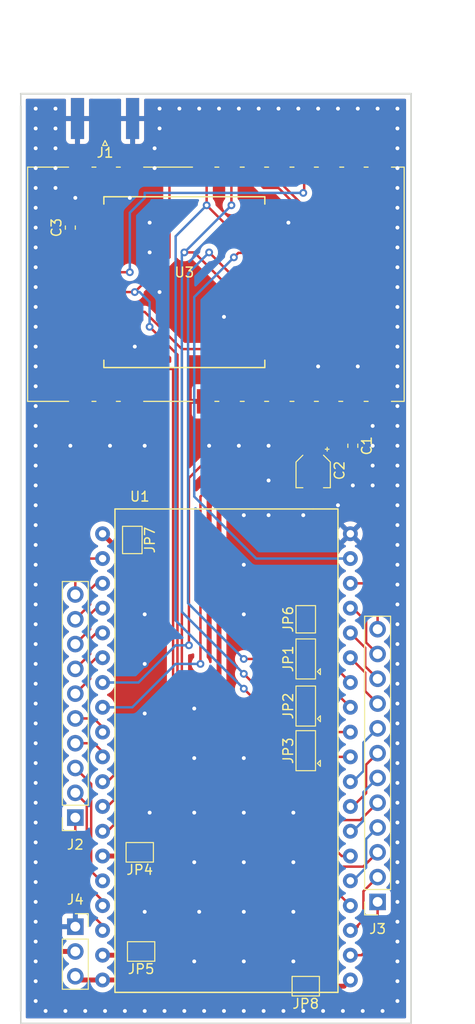
<source format=kicad_pcb>
(kicad_pcb (version 20211014) (generator pcbnew)
  (layers (0 "F.Cu" signal) (31 "B.Cu" signal) (34 "B.Paste" user) (35 "F.Paste" user) (36 "B.SilkS" user "B.Silkscreen") (37 "F.SilkS" user "F.Silkscreen") (38 "B.Mask" user) (39 "F.Mask" user) (44 "Edge.Cuts" user))
  (net 0 "")
  (net 1 "GND")
  (net 2 "VCC")
  (net 3 "RXEN")
  (net 4 "TXEN")
  (net 5 "NRST")
  (net 6 "BUSY")
  (net 7 "DIO1")
  (net 8 "NSS")
  (net 9 "SCK")
  (net 10 "MISO")
  (net 11 "MOSI")
  (net 12 "Net-(J1-Pad1)")
  (net 13 "Net-(JP1-Pad3)")
  (net 14 "Net-(JP1-Pad1)")
  (net 15 "Net-(JP2-Pad1)")
  (net 16 "Net-(JP3-Pad1)")
  (net 17 "Net-(JP4-Pad2)")
  (net 18 "Net-(JP5-Pad2)")
  (net 19 "3v3")
  (net 20 "Net-(JP7-Pad2)")
  (net 21 "Net-(JP8-Pad1)")
  (net 22 "GPIO10")
  (net 23 "GPIO9")
  (net 24 "GPIO13")
  (net 25 "GPIO26")
  (net 26 "GPIO25")
  (net 27 "GPIO35")
  (net 28 "GPIO34")
  (net 29 "GPIO39")
  (net 30 "GPIO36")
  (net 31 "EN")
  (net 32 "GPIO7")
  (net 33 "GPIO8")
  (net 34 "GPIO15")
  (net 35 "GPIO2")
  (net 36 "GPIO0")
  (net 37 "GPIO4")
  (net 38 "GPIO16")
  (net 39 "GPIO17")
  (net 40 "GPIO21")
  (net 41 "GPIO3")
  (net 42 "GPIO1")
  (net 43 "GPIO22")
  (footprint "Jumper:SolderJumper-3_P1.3mm_Open_Pad1.0x1.5mm" (layer "F.Cu") (at 102.87 101.092 90)
    (fp_text reference "JP1")
    (fp_text value "SolderJumper_3_Open")
  )
  (footprint "Jumper:SolderJumper-3_P1.3mm_Open_Pad1.0x1.5mm" (layer "F.Cu") (at 102.87 105.918 90)
    (fp_text reference "JP2")
    (fp_text value "SolderJumper_3_Open")
  )
  (footprint "Jumper:SolderJumper-3_P1.3mm_Open_Pad1.0x1.5mm" (layer "F.Cu") (at 102.87 110.49 90)
    (fp_text reference "JP3")
    (fp_text value "SolderJumper_3_Open")
  )
  (footprint "Jumper:SolderJumper-2_P1.3mm_Open_Pad1.0x1.5mm" (layer "F.Cu") (at 85.994 131.064 180)
    (fp_text reference "JP5")
    (fp_text value "SolderJumper_2_Open")
  )
  (footprint "Jumper:SolderJumper-2_P1.3mm_Open_Pad1.0x1.5mm" (layer "F.Cu") (at 102.87 97.028 90)
    (fp_text reference "JP6")
    (fp_text value "SolderJumper_2_Open")
  )
  (footprint "Connector_Coaxial:SMA_Samtec_SMA-J-P-H-ST-EM1_EdgeMount" (layer "F.Cu") (at 82.296 45.72 90)
    (fp_text reference "J1")
    (fp_text value "Conn_Coaxial")
  )
  (footprint "Capacitor_SMD:CP_Elec_3x5.3" (layer "F.Cu") (at 103.632 81.788 -90)
    (fp_text reference "C2")
    (fp_text value "100uF")
  )
  (footprint "Capacitor_SMD:C_0603_1608Metric_Pad1.05x0.95mm_HandSolder" (layer "F.Cu") (at 107.696 79.248 -90)
    (fp_text reference "C1")
    (fp_text value "100nF")
  )
  (footprint "Jumper:SolderJumper-2_P1.3mm_Open_Pad1.0x1.5mm" (layer "F.Cu") (at 85.09 88.9 -90)
    (fp_text reference "JP7")
    (fp_text value "SolderJumper_2_Open")
  )
  (footprint "Jumper:SolderJumper-2_P1.3mm_Open_Pad1.0x1.5mm" (layer "F.Cu") (at 102.87 134.62 180)
    (fp_text reference "JP8")
    (fp_text value "SolderJumper_2_Open")
  )
  (footprint "RF_Module:Ai-Thinker-Ra-01-LoRa" (layer "F.Cu") (at 90.424 62.484)
    (fp_text reference "U3")
    (fp_text value "Ai-Thinker-Ra-01")
  )
  (footprint "Jumper:SolderJumper-2_P1.3mm_Open_Pad1.0x1.5mm" (layer "F.Cu") (at 85.852 120.904 180)
    (fp_text reference "JP4")
    (fp_text value "SolderJumper_2_Open")
  )
  (footprint "Capacitor_SMD:C_0603_1608Metric_Pad1.05x0.95mm_HandSolder" (layer "F.Cu") (at 78.74 56.896 90)
    (fp_text reference "C3")
    (fp_text value "100nF")
  )
  (footprint "Connector_PinSocket_2.54mm:PinSocket_1x10_P2.54mm_Vertical" (layer "F.Cu") (at 79.248 117.348 180)
    (fp_text reference "J2")
    (fp_text value "Conn_01x10_Female")
  )
  (footprint "Connector_PinSocket_2.54mm:PinSocket_1x12_P2.54mm_Vertical" (layer "F.Cu") (at 110.236 125.984 180)
    (fp_text reference "J3")
    (fp_text value "Conn_01x12_Female")
  )
  (footprint "Connector_PinSocket_2.54mm:PinSocket_1x03_P2.54mm_Vertical" (layer "F.Cu") (at 79.248 128.524)
    (fp_text reference "J4")
    (fp_text value "Conn_01x03_Female")
  )
  (footprint "lora_tracker:E22-400M30S" (layer "F.Cu") (at 93.658501 62.7 90)
    (fp_text reference "U2")
    (fp_text value "E22-400M30S" hide)
  )
  (footprint "lora_tracker:esp32-devkit-wide" (layer "F.Cu") (at 97.282 85.725)
    (fp_text reference "U1")
    (fp_text value "ESP32")
  )
  (gr_line (start 73.66 137.16) (end 73.66 44.45) (layer "Edge.Cuts") (width 0.2))
  (gr_line (start 73.66 137.16) (end 73.66 138.43) (layer "Edge.Cuts") (width 0.15))
  (gr_line (start 113.665 43.18) (end 113.665 138.43) (layer "Edge.Cuts") (width 0.15))
  (gr_line (start 113.665 138.43) (end 73.66 138.43) (layer "Edge.Cuts") (width 0.15))
  (gr_line (start 73.66 43.18) (end 113.665 43.18) (layer "Edge.Cuts") (width 0.2))
  (gr_line (start 73.66 44.45) (end 73.66 43.18) (layer "Edge.Cuts") (width 0.15))
  (via (at 109.728 81.28) (size 0.8) (drill 0.4) (layers "F.Cu" "B.Cu") (net 1))
  (via (at 75.184 62.992) (size 0.8) (drill 0.4) (layers "F.Cu" "B.Cu") (net 1))
  (via (at 112.268 87.376) (size 0.8) (drill 0.4) (layers "F.Cu" "B.Cu") (net 1))
  (via (at 75.184 97.536) (size 0.8) (drill 0.4) (layers "F.Cu" "B.Cu") (net 1))
  (via (at 75.184 119.888) (size 0.8) (drill 0.4) (layers "F.Cu" "B.Cu") (net 1))
  (via (at 75.184 101.6) (size 0.8) (drill 0.4) (layers "F.Cu" "B.Cu") (net 1))
  (via (at 75.184 77.216) (size 0.8) (drill 0.4) (layers "F.Cu" "B.Cu") (net 1))
  (via (at 96.52 86.36) (size 0.8) (drill 0.4) (layers "F.Cu" "B.Cu") (net 1))
  (via (at 112.268 69.088) (size 0.8) (drill 0.4) (layers "F.Cu" "B.Cu") (net 1))
  (via (at 75.184 50.8) (size 0.8) (drill 0.4) (layers "F.Cu" "B.Cu") (net 1))
  (via (at 82.296 137.16) (size 0.8) (drill 0.4) (layers "F.Cu" "B.Cu") (net 1))
  (via (at 91.948 127) (size 0.8) (drill 0.4) (layers "F.Cu" "B.Cu") (net 1))
  (via (at 86.868 56.388) (size 0.8) (drill 0.4) (layers "F.Cu" "B.Cu") (net 1))
  (via (at 94.488 137.16) (size 0.8) (drill 0.4) (layers "F.Cu" "B.Cu") (net 1))
  (via (at 104.14 71.12) (size 0.8) (drill 0.4) (layers "F.Cu" "B.Cu") (net 1))
  (via (at 75.184 95.504) (size 0.8) (drill 0.4) (layers "F.Cu" "B.Cu") (net 1))
  (via (at 75.184 87.376) (size 0.8) (drill 0.4) (layers "F.Cu" "B.Cu") (net 1))
  (via (at 106.172 44.704) (size 0.8) (drill 0.4) (layers "F.Cu" "B.Cu") (net 1))
  (via (at 75.184 107.696) (size 0.8) (drill 0.4) (layers "F.Cu" "B.Cu") (net 1))
  (via (at 91.44 121.92) (size 0.8) (drill 0.4) (layers "F.Cu" "B.Cu") (net 1))
  (via (at 101.6 132.08) (size 0.8) (drill 0.4) (layers "F.Cu" "B.Cu") (net 1))
  (via (at 75.184 125.984) (size 0.8) (drill 0.4) (layers "F.Cu" "B.Cu") (net 1))
  (via (at 77.216 50.8) (size 0.8) (drill 0.4) (layers "F.Cu" "B.Cu") (net 1))
  (via (at 75.184 121.92) (size 0.8) (drill 0.4) (layers "F.Cu" "B.Cu") (net 1))
  (via (at 112.268 132.08) (size 0.8) (drill 0.4) (layers "F.Cu" "B.Cu") (net 1))
  (via (at 75.184 79.248) (size 0.8) (drill 0.4) (layers "F.Cu" "B.Cu") (net 1))
  (via (at 112.268 91.44) (size 0.8) (drill 0.4) (layers "F.Cu" "B.Cu") (net 1))
  (via (at 84.328 137.16) (size 0.8) (drill 0.4) (layers "F.Cu" "B.Cu") (net 1))
  (via (at 112.268 65.024) (size 0.8) (drill 0.4) (layers "F.Cu" "B.Cu") (net 1))
  (via (at 104.14 44.704) (size 0.8) (drill 0.4) (layers "F.Cu" "B.Cu") (net 1))
  (via (at 112.268 113.792) (size 0.8) (drill 0.4) (layers "F.Cu" "B.Cu") (net 1))
  (via (at 112.268 77.216) (size 0.8) (drill 0.4) (layers "F.Cu" "B.Cu") (net 1))
  (via (at 75.184 91.44) (size 0.8) (drill 0.4) (layers "F.Cu" "B.Cu") (net 1))
  (via (at 75.184 115.824) (size 0.8) (drill 0.4) (layers "F.Cu" "B.Cu") (net 1))
  (via (at 89.916 44.704) (size 0.8) (drill 0.4) (layers "F.Cu" "B.Cu") (net 1))
  (via (at 101.092 56.388) (size 0.8) (drill 0.4) (layers "F.Cu" "B.Cu") (net 1))
  (via (at 109.728 83.312) (size 0.8) (drill 0.4) (layers "F.Cu" "B.Cu") (net 1))
  (via (at 90.424 137.16) (size 0.8) (drill 0.4) (layers "F.Cu" "B.Cu") (net 1))
  (via (at 112.268 123.952) (size 0.8) (drill 0.4) (layers "F.Cu" "B.Cu") (net 1))
  (via (at 94.488 66.04) (size 0.8) (drill 0.4) (layers "F.Cu" "B.Cu") (net 1))
  (via (at 100.076 44.704) (size 0.8) (drill 0.4) (layers "F.Cu" "B.Cu") (net 1))
  (via (at 99.06 79.248) (size 0.8) (drill 0.4) (layers "F.Cu" "B.Cu") (net 1))
  (via (at 92.456 137.16) (size 0.8) (drill 0.4) (layers "F.Cu" "B.Cu") (net 1))
  (via (at 112.268 130.048) (size 0.8) (drill 0.4) (layers "F.Cu" "B.Cu") (net 1))
  (via (at 76.2 137.16) (size 0.8) (drill 0.4) (layers "F.Cu" "B.Cu") (net 1))
  (via (at 101.6 116.84) (size 0.8) (drill 0.4) (layers "F.Cu" "B.Cu") (net 1))
  (via (at 75.184 136.144) (size 0.8) (drill 0.4) (layers "F.Cu" "B.Cu") (net 1))
  (via (at 112.268 58.928) (size 0.8) (drill 0.4) (layers "F.Cu" "B.Cu") (net 1))
  (via (at 75.184 75.184) (size 0.8) (drill 0.4) (layers "F.Cu" "B.Cu") (net 1))
  (via (at 96.52 91.44) (size 0.8) (drill 0.4) (layers "F.Cu" "B.Cu") (net 1))
  (via (at 104.648 137.16) (size 0.8) (drill 0.4) (layers "F.Cu" "B.Cu") (net 1))
  (via (at 101.6 121.92) (size 0.8) (drill 0.4) (layers "F.Cu" "B.Cu") (net 1))
  (via (at 75.184 56.896) (size 0.8) (drill 0.4) (layers "F.Cu" "B.Cu") (net 1))
  (via (at 96.52 111.252) (size 0.8) (drill 0.4) (layers "F.Cu" "B.Cu") (net 1))
  (via (at 112.268 119.888) (size 0.8) (drill 0.4) (layers "F.Cu" "B.Cu") (net 1))
  (via (at 75.184 117.856) (size 0.8) (drill 0.4) (layers "F.Cu" "B.Cu") (net 1))
  (via (at 75.184 52.832) (size 0.8) (drill 0.4) (layers "F.Cu" "B.Cu") (net 1))
  (via (at 96.52 127) (size 0.8) (drill 0.4) (layers "F.Cu" "B.Cu") (net 1))
  (via (at 75.184 65.024) (size 0.8) (drill 0.4) (layers "F.Cu" "B.Cu") (net 1))
  (via (at 86.36 79.248) (size 0.8) (drill 0.4) (layers "F.Cu" "B.Cu") (net 1))
  (via (at 99.06 82.804) (size 0.8) (drill 0.4) (layers "F.Cu" "B.Cu") (net 1))
  (via (at 86.868 116.84) (size 0.8) (drill 0.4) (layers "F.Cu" "B.Cu") (net 1))
  (via (at 102.616 86.36) (size 0.8) (drill 0.4) (layers "F.Cu" "B.Cu") (net 1))
  (via (at 112.268 95.504) (size 0.8) (drill 0.4) (layers "F.Cu" "B.Cu") (net 1))
  (via (at 78.74 79.248) (size 0.8) (drill 0.4) (layers "F.Cu" "B.Cu") (net 1))
  (via (at 108.204 71.12) (size 0.8) (drill 0.4) (layers "F.Cu" "B.Cu") (net 1))
  (via (at 110.744 137.16) (size 0.8) (drill 0.4) (layers "F.Cu" "B.Cu") (net 1))
  (via (at 112.268 89.408) (size 0.8) (drill 0.4) (layers "F.Cu" "B.Cu") (net 1))
  (via (at 96.012 79.248) (size 0.8) (drill 0.4) (layers "F.Cu" "B.Cu") (net 1))
  (via (at 112.268 52.832) (size 0.8) (drill 0.4) (layers "F.Cu" "B.Cu") (net 1))
  (via (at 77.216 44.704) (size 0.8) (drill 0.4) (layers "F.Cu" "B.Cu") (net 1))
  (via (at 92.964 79.248) (size 0.8) (drill 0.4) (layers "F.Cu" "B.Cu") (net 1))
  (via (at 87.884 46.736) (size 0.8) (drill 0.4) (layers "F.Cu" "B.Cu") (net 1))
  (via (at 96.52 121.92) (size 0.8) (drill 0.4) (layers "F.Cu" "B.Cu") (net 1))
  (via (at 75.184 44.704) (size 0.8) (drill 0.4) (layers "F.Cu" "B.Cu") (net 1))
  (via (at 112.268 60.96) (size 0.8) (drill 0.4) (layers "F.Cu" "B.Cu") (net 1))
  (via (at 107.696 83.312) (size 0.8) (drill 0.4) (layers "F.Cu" "B.Cu") (net 1))
  (via (at 99.06 86.36) (size 0.8) (drill 0.4) (layers "F.Cu" "B.Cu") (net 1))
  (via (at 86.36 137.16) (size 0.8) (drill 0.4) (layers "F.Cu" "B.Cu") (net 1))
  (via (at 112.268 101.6) (size 0.8) (drill 0.4) (layers "F.Cu" "B.Cu") (net 1))
  (via (at 112.268 75.184) (size 0.8) (drill 0.4) (layers "F.Cu" "B.Cu") (net 1))
  (via (at 75.184 123.952) (size 0.8) (drill 0.4) (layers "F.Cu" "B.Cu") (net 1))
  (via (at 108.204 44.704) (size 0.8) (drill 0.4) (layers "F.Cu" "B.Cu") (net 1))
  (via (at 78.232 137.16) (size 0.8) (drill 0.4) (layers "F.Cu" "B.Cu") (net 1))
  (via (at 75.184 69.088) (size 0.8) (drill 0.4) (layers "F.Cu" "B.Cu") (net 1))
  (via (at 112.268 99.568) (size 0.8) (drill 0.4) (layers "F.Cu" "B.Cu") (net 1))
  (via (at 112.268 85.344) (size 0.8) (drill 0.4) (layers "F.Cu" "B.Cu") (net 1))
  (via (at 77.216 52.832) (size 0.8) (drill 0.4) (layers "F.Cu" "B.Cu") (net 1))
  (via (at 106.172 85.344) (size 0.8) (drill 0.4) (layers "F.Cu" "B.Cu") (net 1))
  (via (at 91.44 106.172) (size 0.8) (drill 0.4) (layers "F.Cu" "B.Cu") (net 1))
  (via (at 112.268 136.144) (size 0.8) (drill 0.4) (layers "F.Cu" "B.Cu") (net 1))
  (via (at 75.184 85.344) (size 0.8) (drill 0.4) (layers "F.Cu" "B.Cu") (net 1))
  (via (at 98.044 44.704) (size 0.8) (drill 0.4) (layers "F.Cu" "B.Cu") (net 1))
  (via (at 109.728 77.216) (size 0.8) (drill 0.4) (layers "F.Cu" "B.Cu") (net 1))
  (via (at 75.184 60.96) (size 0.8) (drill 0.4) (layers "F.Cu" "B.Cu") (net 1))
  (via (at 75.184 67.056) (size 0.8) (drill 0.4) (layers "F.Cu" "B.Cu") (net 1))
  (via (at 86.36 127) (size 0.8) (drill 0.4) (layers "F.Cu" "B.Cu") (net 1))
  (via (at 87.884 44.704) (size 0.8) (drill 0.4) (layers "F.Cu" "B.Cu") (net 1))
  (via (at 102.108 44.704) (size 0.8) (drill 0.4) (layers "F.Cu" "B.Cu") (net 1))
  (via (at 112.268 121.92) (size 0.8) (drill 0.4) (layers "F.Cu" "B.Cu") (net 1))
  (via (at 101.6 127) (size 0.8) (drill 0.4) (layers "F.Cu" "B.Cu") (net 1))
  (via (at 91.44 132.08) (size 0.8) (drill 0.4) (layers "F.Cu" "B.Cu") (net 1))
  (via (at 112.268 109.728) (size 0.8) (drill 0.4) (layers "F.Cu" "B.Cu") (net 1))
  (via (at 80.264 137.16) (size 0.8) (drill 0.4) (layers "F.Cu" "B.Cu") (net 1))
  (via (at 75.184 46.736) (size 0.8) (drill 0.4) (layers "F.Cu" "B.Cu") (net 1))
  (via (at 75.184 93.472) (size 0.8) (drill 0.4) (layers "F.Cu" "B.Cu") (net 1))
  (via (at 102.616 137.16) (size 0.8) (drill 0.4) (layers "F.Cu" "B.Cu") (net 1))
  (via (at 87.376 48.768) (size 0.8) (drill 0.4) (layers "F.Cu" "B.Cu") (net 1))
  (via (at 91.948 44.704) (size 0.8) (drill 0.4) (layers "F.Cu" "B.Cu") (net 1))
  (via (at 75.184 128.016) (size 0.8) (drill 0.4) (layers "F.Cu" "B.Cu") (net 1))
  (via (at 86.36 101.6) (size 0.8) (drill 0.4) (layers "F.Cu" "B.Cu") (net 1))
  (via (at 110.236 44.704) (size 0.8) (drill 0.4) (layers "F.Cu" "B.Cu") (net 1))
  (via (at 112.268 46.736) (size 0.8) (drill 0.4) (layers "F.Cu" "B.Cu") (net 1))
  (via (at 75.184 58.928) (size 0.8) (drill 0.4) (layers "F.Cu" "B.Cu") (net 1))
  (via (at 75.184 99.568) (size 0.8) (drill 0.4) (layers "F.Cu" "B.Cu") (net 1))
  (via (at 75.184 130.048) (size 0.8) (drill 0.4) (layers "F.Cu" "B.Cu") (net 1))
  (via (at 75.184 134.112) (size 0.8) (drill 0.4) (layers "F.Cu" "B.Cu") (net 1))
  (via (at 112.268 48.768) (size 0.8) (drill 0.4) (layers "F.Cu" "B.Cu") (net 1))
  (via (at 75.184 109.728) (size 0.8) (drill 0.4) (layers "F.Cu" "B.Cu") (net 1))
  (via (at 96.52 116.84) (size 0.8) (drill 0.4) (layers "F.Cu" "B.Cu") (net 1))
  (via (at 112.268 97.536) (size 0.8) (drill 0.4) (layers "F.Cu" "B.Cu") (net 1))
  (via (at 75.184 54.864) (size 0.8) (drill 0.4) (layers "F.Cu" "B.Cu") (net 1))
  (via (at 87.376 50.8) (size 0.8) (drill 0.4) (layers "F.Cu" "B.Cu") (net 1))
  (via (at 108.712 137.16) (size 0.8) (drill 0.4) (layers "F.Cu" "B.Cu") (net 1))
  (via (at 112.268 128.016) (size 0.8) (drill 0.4) (layers "F.Cu" "B.Cu") (net 1))
  (via (at 75.184 132.08) (size 0.8) (drill 0.4) (layers "F.Cu" "B.Cu") (net 1))
  (via (at 77.216 48.768) (size 0.8) (drill 0.4) (layers "F.Cu" "B.Cu") (net 1))
  (via (at 112.268 56.896) (size 0.8) (drill 0.4) (layers "F.Cu" "B.Cu") (net 1))
  (via (at 86.36 96.52) (size 0.8) (drill 0.4) (layers "F.Cu" "B.Cu") (net 1))
  (via (at 75.184 48.768) (size 0.8) (drill 0.4) (layers "F.Cu" "B.Cu") (net 1))
  (via (at 100.584 137.16) (size 0.8) (drill 0.4) (layers "F.Cu" "B.Cu") (net 1))
  (via (at 86.36 106.68) (size 0.8) (drill 0.4) (layers "F.Cu" "B.Cu") (net 1))
  (via (at 93.98 44.704) (size 0.8) (drill 0.4) (layers "F.Cu" "B.Cu") (net 1))
  (via (at 87.884 63.5) (size 0.8) (drill 0.4) (layers "F.Cu" "B.Cu") (net 1))
  (via (at 109.728 79.248) (size 0.8) (drill 0.4) (layers "F.Cu" "B.Cu") (net 1))
  (via (at 91.44 116.84) (size 0.8) (drill 0.4) (layers "F.Cu" "B.Cu") (net 1))
  (via (at 86.868 59.436) (size 0.8) (drill 0.4) (layers "F.Cu" "B.Cu") (net 1))
  (via (at 112.268 93.472) (size 0.8) (drill 0.4) (layers "F.Cu" "B.Cu") (net 1))
  (via (at 112.268 67.056) (size 0.8) (drill 0.4) (layers "F.Cu" "B.Cu") (net 1))
  (via (at 96.52 132.08) (size 0.8) (drill 0.4) (layers "F.Cu" "B.Cu") (net 1))
  (via (at 112.268 83.312) (size 0.8) (drill 0.4) (layers "F.Cu" "B.Cu") (net 1))
  (via (at 112.268 134.112) (size 0.8) (drill 0.4) (layers "F.Cu" "B.Cu") (net 1))
  (via (at 112.268 50.8) (size 0.8) (drill 0.4) (layers "F.Cu" "B.Cu") (net 1))
  (via (at 106.68 137.16) (size 0.8) (drill 0.4) (layers "F.Cu" "B.Cu") (net 1))
  (via (at 112.268 44.704) (size 0.8) (drill 0.4) (layers "F.Cu" "B.Cu") (net 1))
  (via (at 91.44 111.252) (size 0.8) (drill 0.4) (layers "F.Cu" "B.Cu") (net 1))
  (via (at 75.184 111.76) (size 0.8) (drill 0.4) (layers "F.Cu" "B.Cu") (net 1))
  (via (at 75.184 89.408) (size 0.8) (drill 0.4) (layers "F.Cu" "B.Cu") (net 1))
  (via (at 96.012 44.704) (size 0.8) (drill 0.4) (layers "F.Cu" "B.Cu") (net 1))
  (via (at 84.836 53.848) (size 0.8) (drill 0.4) (layers "F.Cu" "B.Cu") (net 1))
  (via (at 88.392 137.16) (size 0.8) (drill 0.4) (layers "F.Cu" "B.Cu") (net 1))
  (via (at 82.804 79.248) (size 0.8) (drill 0.4) (layers "F.Cu" "B.Cu") (net 1))
  (via (at 112.268 125.984) (size 0.8) (drill 0.4) (layers "F.Cu" "B.Cu") (net 1))
  (via (at 112.268 111.76) (size 0.8) (drill 0.4) (layers "F.Cu" "B.Cu") (net 1))
  (via (at 98.552 137.16) (size 0.8) (drill 0.4) (layers "F.Cu" "B.Cu") (net 1))
  (via (at 112.268 115.824) (size 0.8) (drill 0.4) (layers "F.Cu" "B.Cu") (net 1))
  (via (at 112.268 105.664) (size 0.8) (drill 0.4) (layers "F.Cu" "B.Cu") (net 1))
  (via (at 75.184 83.312) (size 0.8) (drill 0.4) (layers "F.Cu" "B.Cu") (net 1))
  (via (at 112.268 103.632) (size 0.8) (drill 0.4) (layers "F.Cu" "B.Cu") (net 1))
  (via (at 75.184 73.152) (size 0.8) (drill 0.4) (layers "F.Cu" "B.Cu") (net 1))
  (via (at 75.184 71.12) (size 0.8) (drill 0.4) (layers "F.Cu" "B.Cu") (net 1))
  (via (at 77.216 46.736) (size 0.8) (drill 0.4) (layers "F.Cu" "B.Cu") (net 1))
  (via (at 112.268 79.248) (size 0.8) (drill 0.4) (layers "F.Cu" "B.Cu") (net 1))
  (via (at 85.344 69.088) (size 0.8) (drill 0.4) (layers "F.Cu" "B.Cu") (net 1))
  (via (at 96.52 96.52) (size 0.8) (drill 0.4) (layers "F.Cu" "B.Cu") (net 1))
  (via (at 112.268 71.12) (size 0.8) (drill 0.4) (layers "F.Cu" "B.Cu") (net 1))
  (via (at 75.184 81.28) (size 0.8) (drill 0.4) (layers "F.Cu" "B.Cu") (net 1))
  (via (at 75.184 105.664) (size 0.8) (drill 0.4) (layers "F.Cu" "B.Cu") (net 1))
  (via (at 112.268 107.696) (size 0.8) (drill 0.4) (layers "F.Cu" "B.Cu") (net 1))
  (via (at 75.184 103.632) (size 0.8) (drill 0.4) (layers "F.Cu" "B.Cu") (net 1))
  (via (at 112.268 54.864) (size 0.8) (drill 0.4) (layers "F.Cu" "B.Cu") (net 1))
  (via (at 112.268 117.856) (size 0.8) (drill 0.4) (layers "F.Cu" "B.Cu") (net 1))
  (via (at 112.268 62.992) (size 0.8) (drill 0.4) (layers "F.Cu" "B.Cu") (net 1))
  (via (at 96.52 137.16) (size 0.8) (drill 0.4) (layers "F.Cu" "B.Cu") (net 1))
  (via (at 79.248 53.848) (size 0.8) (drill 0.4) (layers "F.Cu" "B.Cu") (net 1))
  (via (at 112.268 73.152) (size 0.8) (drill 0.4) (layers "F.Cu" "B.Cu") (net 1))
  (via (at 112.268 81.28) (size 0.8) (drill 0.4) (layers "F.Cu" "B.Cu") (net 1))
  (via (at 75.184 113.792) (size 0.8) (drill 0.4) (layers "F.Cu" "B.Cu") (net 1))
  (segment (start 105.248501 77.631499) (end 107.153501 77.631499) (width 0.5) (layer "F.Cu") (net 2))
  (segment (start 107.246002 77.724) (end 107.153501 77.631499) (width 0.25) (layer "F.Cu") (net 2))
  (segment (start 105.248501 77.631499) (end 105.248501 74.7) (width 0.5) (layer "F.Cu") (net 2))
  (segment (start 79.629 133.985) (end 79.248 133.604) (width 0.25) (layer "F.Cu") (net 2))
  (segment (start 82.55 133.985) (end 79.629 133.985) (width 0.5) (layer "F.Cu") (net 2))
  (segment (start 107.788501 77.631499) (end 107.696 77.724) (width 0.25) (layer "F.Cu") (net 2))
  (segment (start 107.153501 77.631499) (end 107.696 77.631499) (width 0.5) (layer "F.Cu") (net 2))
  (segment (start 107.696 78.928) (end 107.696 77.631499) (width 0.5) (layer "F.Cu") (net 2))
  (segment (start 107.696 77.631499) (end 107.788501 77.631499) (width 0.5) (layer "F.Cu") (net 2))
  (segment (start 107.788501 74.7) (end 107.788501 77.631499) (width 0.5) (layer "F.Cu") (net 2))
  (segment (start 93.98 85.725) (end 93.98 128.27) (width 0.5) (layer "F.Cu") (net 2))
  (segment (start 102.073501 77.631499) (end 93.98 85.725) (width 0.5) (layer "F.Cu") (net 2))
  (segment (start 105.248501 77.631499) (end 102.073501 77.631499) (width 0.5) (layer "F.Cu") (net 2))
  (segment (start 88.265 133.985) (end 82.55 133.985) (width 0.5) (layer "F.Cu") (net 2))
  (segment (start 103.632 80.288) (end 103.632 77.724) (width 0.5) (layer "F.Cu") (net 2))
  (segment (start 93.98 128.27) (end 88.265 133.985) (width 0.5) (layer "F.Cu") (net 2))
  (segment (start 97.628501 74.7) (end 97.628501 75.1) (width 0.25) (layer "F.Cu") (net 3))
  (segment (start 97.79 75.261499) (end 97.79 75.655) (width 0.25) (layer "F.Cu") (net 3))
  (segment (start 97.628501 75.1) (end 97.79 75.261499) (width 0.25) (layer "F.Cu") (net 3))
  (segment (start 97.79 75.655) (end 90.895 82.55) (width 0.25) (layer "F.Cu") (net 3))
  (segment (start 90.895 82.55) (end 90.895 99.695) (width 0.25) (layer "F.Cu") (net 3))
  (via (at 90.895 99.695) (size 0.8) (drill 0.4) (layers "F.Cu" "B.Cu") (net 3))
  (segment (start 90.895 99.695) (end 89.535 99.695) (width 0.25) (layer "B.Cu") (net 3))
  (segment (start 85.725 103.505) (end 82.55 103.505) (width 0.25) (layer "B.Cu") (net 3))
  (segment (start 89.535 99.695) (end 85.725 103.505) (width 0.25) (layer "B.Cu") (net 3))
  (segment (start 100.168501 75.1) (end 100.33 75.261499) (width 0.25) (layer "F.Cu") (net 4))
  (segment (start 100.168501 74.7) (end 100.168501 75.1) (width 0.25) (layer "F.Cu") (net 4))
  (segment (start 100.33 76.2) (end 92.075 84.455) (width 0.25) (layer "F.Cu") (net 4))
  (segment (start 92.075 84.455) (end 92.075 101.6) (width 0.25) (layer "F.Cu") (net 4))
  (segment (start 100.33 75.261499) (end 100.33 76.2) (width 0.25) (layer "F.Cu") (net 4))
  (via (at 92.075 101.6) (size 0.8) (drill 0.4) (layers "F.Cu" "B.Cu") (net 4))
  (segment (start 85.09 106.045) (end 82.55 106.045) (width 0.25) (layer "B.Cu") (net 4))
  (segment (start 92.075 101.6) (end 89.535 101.6) (width 0.25) (layer "B.Cu") (net 4))
  (segment (start 89.535 101.6) (end 85.09 106.045) (width 0.25) (layer "B.Cu") (net 4))
  (segment (start 89.26998 106.94502) (end 82.55 113.665) (width 0.25) (layer "F.Cu") (net 5))
  (segment (start 80.01 62.23) (end 80.756 61.484) (width 0.25) (layer "F.Cu") (net 5))
  (segment (start 102.708501 50.7) (end 102.708501 53.247499) (width 0.25) (layer "F.Cu") (net 5))
  (segment (start 84.836 61.468) (end 82.44 61.468) (width 0.25) (layer "F.Cu") (net 5))
  (segment (start 80.27502 71.38502) (end 80.01 71.12) (width 0.25) (layer "F.Cu") (net 5))
  (segment (start 102.708501 53.247499) (end 102.616 53.34) (width 0.25) (layer "F.Cu") (net 5))
  (segment (start 89.26998 71.38502) (end 89.26998 106.94502) (width 0.25) (layer "F.Cu") (net 5))
  (segment (start 80.01 71.12) (end 80.01 62.23) (width 0.25) (layer "F.Cu") (net 5))
  (segment (start 82.44 61.468) (end 82.424 61.484) (width 0.25) (layer "F.Cu") (net 5))
  (segment (start 89.26998 71.38502) (end 80.27502 71.38502) (width 0.25) (layer "F.Cu") (net 5))
  (segment (start 80.756 61.484) (end 82.424 61.484) (width 0.25) (layer "F.Cu") (net 5))
  (segment (start 102.708501 50.7) (end 102.708501 51.1) (width 0.25) (layer "F.Cu") (net 5))
  (via (at 102.616 53.34) (size 0.8) (drill 0.4) (layers "F.Cu" "B.Cu") (net 5))
  (via (at 84.836 61.468) (size 0.8) (drill 0.4) (layers "F.Cu" "B.Cu") (net 5))
  (segment (start 86.36 53.848) (end 84.836 55.372) (width 0.25) (layer "B.Cu") (net 5))
  (segment (start 84.836 55.372) (end 84.836 61.468) (width 0.25) (layer "B.Cu") (net 5))
  (segment (start 86.36 53.34) (end 86.36 53.848) (width 0.25) (layer "B.Cu") (net 5))
  (segment (start 102.616 53.34) (end 86.36 53.34) (width 0.25) (layer "B.Cu") (net 5))
  (segment (start 89.71999 72.20501) (end 89.71999 109.03501) (width 0.25) (layer "F.Cu") (net 6))
  (segment (start 88.9 50.8) (end 91.44 48.26) (width 0.25) (layer "F.Cu") (net 6))
  (segment (start 89.71999 69.917296) (end 86.863347 67.060653) (width 0.25) (layer "F.Cu") (net 6))
  (segment (start 88.9 59.944) (end 88.9 50.8) (width 0.25) (layer "F.Cu") (net 6))
  (segment (start 85.344 63.5) (end 88.9 59.944) (width 0.25) (layer "F.Cu") (net 6))
  (segment (start 89.71999 72.20501) (end 89.71999 69.917296) (width 0.25) (layer "F.Cu") (net 6))
  (segment (start 105.248501 49.368501) (end 105.248501 50.7) (width 0.25) (layer "F.Cu") (net 6))
  (segment (start 89.71999 109.03501) (end 82.55 116.205) (width 0.25) (layer "F.Cu") (net 6))
  (segment (start 82.69 63.5) (end 85.344 63.5) (width 0.25) (layer "F.Cu") (net 6))
  (segment (start 82.674 63.484) (end 82.69 63.5) (width 0.25) (layer "F.Cu") (net 6))
  (segment (start 91.44 48.26) (end 104.14 48.26) (width 0.25) (layer "F.Cu") (net 6))
  (segment (start 82.424 63.484) (end 82.674 63.484) (width 0.25) (layer "F.Cu") (net 6))
  (segment (start 104.14 48.26) (end 105.248501 49.368501) (width 0.25) (layer "F.Cu") (net 6))
  (via (at 86.863347 67.060653) (size 0.8) (drill 0.4) (layers "F.Cu" "B.Cu") (net 6))
  (via (at 85.344 63.5) (size 0.8) (drill 0.4) (layers "F.Cu" "B.Cu") (net 6))
  (segment (start 86.863347 67.060653) (end 86.863347 64.520653) (width 0.25) (layer "B.Cu") (net 6))
  (segment (start 85.842694 63.5) (end 85.344 63.5) (width 0.25) (layer "B.Cu") (net 6))
  (segment (start 86.863347 64.520653) (end 85.842694 63.5) (width 0.25) (layer "B.Cu") (net 6))
  (segment (start 97.79 72.39) (end 100.33 72.39) (width 0.25) (layer "F.Cu") (net 7))
  (segment (start 104.14 60.96) (end 104.14 54.61) (width 0.25) (layer "F.Cu") (net 7))
  (segment (start 82.674 65.484) (end 82.424 65.484) (width 0.25) (layer "F.Cu") (net 7))
  (segment (start 86.36 65.532) (end 82.722 65.532) (width 0.25) (layer "F.Cu") (net 7))
  (segment (start 100.33 72.39) (end 101.6 71.12) (width 0.25) (layer "F.Cu") (net 7))
  (segment (start 107.95 52.07) (end 107.95 50.861499) (width 0.25) (layer "F.Cu") (net 7))
  (segment (start 90.17 69.342) (end 94.742 69.342) (width 0.25) (layer "F.Cu") (net 7))
  (segment (start 94.742 69.342) (end 97.79 72.39) (width 0.25) (layer "F.Cu") (net 7))
  (segment (start 106.68 53.34) (end 107.95 52.07) (width 0.25) (layer "F.Cu") (net 7))
  (segment (start 90.17 69.342) (end 86.36 65.532) (width 0.25) (layer "F.Cu") (net 7))
  (segment (start 107.95 50.861499) (end 107.788501 50.7) (width 0.25) (layer "F.Cu") (net 7))
  (segment (start 105.41 53.34) (end 106.68 53.34) (width 0.25) (layer "F.Cu") (net 7))
  (segment (start 90.17 111.125) (end 90.17 69.342) (width 0.25) (layer "F.Cu") (net 7))
  (segment (start 104.14 54.61) (end 105.41 53.34) (width 0.25) (layer "F.Cu") (net 7))
  (segment (start 82.722 65.532) (end 82.674 65.484) (width 0.25) (layer "F.Cu") (net 7))
  (segment (start 101.6 71.12) (end 101.6 63.5) (width 0.25) (layer "F.Cu") (net 7))
  (segment (start 101.6 63.5) (end 104.14 60.96) (width 0.25) (layer "F.Cu") (net 7))
  (segment (start 82.55 118.745) (end 90.17 111.125) (width 0.25) (layer "F.Cu") (net 7))
  (segment (start 92.71 50.861499) (end 92.548501 50.7) (width 0.25) (layer "F.Cu") (net 8))
  (segment (start 98.424 57.484) (end 95.584 57.484) (width 0.25) (layer "F.Cu") (net 8))
  (segment (start 92.71 54.61) (end 92.71 50.861499) (width 0.25) (layer "F.Cu") (net 8))
  (segment (start 95.584 57.484) (end 92.71 54.61) (width 0.25) (layer "F.Cu") (net 8))
  (segment (start 100.33 109.22) (end 101.6 110.49) (width 0.25) (layer "F.Cu") (net 8))
  (segment (start 100.33 107.95) (end 100.33 109.22) (width 0.25) (layer "F.Cu") (net 8))
  (segment (start 101.6 110.49) (end 102.87 110.49) (width 0.25) (layer "F.Cu") (net 8))
  (segment (start 96.52 104.14) (end 100.33 107.95) (width 0.25) (layer "F.Cu") (net 8))
  (via (at 96.52 104.14) (size 0.8) (drill 0.4) (layers "F.Cu" "B.Cu") (net 8))
  (via (at 92.71 54.61) (size 0.8) (drill 0.4) (layers "F.Cu" "B.Cu") (net 8))
  (segment (start 89.535 57.785) (end 89.535 97.155) (width 0.25) (layer "B.Cu") (net 8))
  (segment (start 92.71 54.61) (end 89.535 57.785) (width 0.25) (layer "B.Cu") (net 8))
  (segment (start 89.535 97.155) (end 96.52 104.14) (width 0.25) (layer "B.Cu") (net 8))
  (segment (start 95.25 54.61) (end 95.25 50.861499) (width 0.25) (layer "F.Cu") (net 9))
  (segment (start 95.488 63.484) (end 98.424 63.484) (width 0.25) (layer "F.Cu") (net 9))
  (segment (start 91.44 59.436) (end 95.488 63.484) (width 0.25) (layer "F.Cu") (net 9))
  (segment (start 95.25 50.861499) (end 95.088501 50.7) (width 0.25) (layer "F.Cu") (net 9))
  (segment (start 90.424 59.436) (end 91.44 59.436) (width 0.25) (layer "F.Cu") (net 9))
  (segment (start 99.822 105.918) (end 102.87 105.918) (width 0.25) (layer "F.Cu") (net 9))
  (segment (start 96.52 102.616) (end 99.822 105.918) (width 0.25) (layer "F.Cu") (net 9))
  (via (at 95.25 54.61) (size 0.8) (drill 0.4) (layers "F.Cu" "B.Cu") (net 9))
  (via (at 90.424 59.436) (size 0.8) (drill 0.4) (layers "F.Cu" "B.Cu") (net 9))
  (via (at 96.52 102.616) (size 0.8) (drill 0.4) (layers "F.Cu" "B.Cu") (net 9))
  (segment (start 90.424 59.436) (end 90.17 59.69) (width 0.25) (layer "B.Cu") (net 9))
  (segment (start 90.17 95.885) (end 90.17 96.266) (width 0.25) (layer "B.Cu") (net 9))
  (segment (start 90.17 96.266) (end 96.52 102.616) (width 0.25) (layer "B.Cu") (net 9))
  (segment (start 95.25 54.61) (end 90.424 59.436) (width 0.25) (layer "B.Cu") (net 9))
  (segment (start 90.17 59.69) (end 90.17 95.885) (width 0.25) (layer "B.Cu") (net 9))
  (segment (start 103.124 59.944) (end 101.584 61.484) (width 0.25) (layer "F.Cu") (net 10))
  (segment (start 92.964 59.436) (end 95.012 61.484) (width 0.25) (layer "F.Cu") (net 10))
  (segment (start 95.012 61.484) (end 98.424 61.484) (width 0.25) (layer "F.Cu") (net 10))
  (segment (start 100.168501 50.7) (end 100.168501 52.2) (width 0.25) (layer "F.Cu") (net 10))
  (segment (start 96.52 101.092) (end 102.87 101.092) (width 0.25) (layer "F.Cu") (net 10))
  (segment (start 100.33 50.861499) (end 100.168501 50.7) (width 0.25) (layer "F.Cu") (net 10))
  (segment (start 103.124 55.155499) (end 103.124 59.944) (width 0.25) (layer "F.Cu") (net 10))
  (segment (start 100.168501 52.2) (end 103.124 55.155499) (width 0.25) (layer "F.Cu") (net 10))
  (segment (start 101.584 61.484) (end 98.424 61.484) (width 0.25) (layer "F.Cu") (net 10))
  (via (at 92.964 59.436) (size 0.8) (drill 0.4) (layers "F.Cu" "B.Cu") (net 10))
  (via (at 96.52 101.092) (size 0.8) (drill 0.4) (layers "F.Cu" "B.Cu") (net 10))
  (segment (start 90.805 95.25) (end 90.805 95.377) (width 0.25) (layer "B.Cu") (net 10))
  (segment (start 90.805 63.5) (end 90.805 61.595) (width 0.25) (layer "B.Cu") (net 10))
  (segment (start 90.805 95.377) (end 96.52 101.092) (width 0.25) (layer "B.Cu") (net 10))
  (segment (start 90.805 61.595) (end 92.964 59.436) (width 0.25) (layer "B.Cu") (net 10))
  (segment (start 90.805 63.5) (end 90.805 95.25) (width 0.25) (layer "B.Cu") (net 10))
  (segment (start 102.616 58.42) (end 102.616 55.372) (width 0.25) (layer "F.Cu") (net 11))
  (segment (start 100.23 58.928) (end 102.108 58.928) (width 0.25) (layer "F.Cu") (net 11))
  (segment (start 95.504 59.944) (end 95.964 59.484) (width 0.25) (layer "F.Cu") (net 11))
  (segment (start 97.628501 51.908501) (end 97.628501 50.7) (width 0.25) (layer "F.Cu") (net 11))
  (segment (start 100.076 52.832) (end 98.552 52.832) (width 0.25) (layer "F.Cu") (net 11))
  (segment (start 98.552 52.832) (end 97.628501 51.908501) (width 0.25) (layer "F.Cu") (net 11))
  (segment (start 102.616 55.372) (end 100.076 52.832) (width 0.25) (layer "F.Cu") (net 11))
  (segment (start 102.108 58.928) (end 102.616 58.42) (width 0.25) (layer "F.Cu") (net 11))
  (segment (start 99.674 59.484) (end 100.23 58.928) (width 0.25) (layer "F.Cu") (net 11))
  (segment (start 98.424 59.484) (end 99.674 59.484) (width 0.25) (layer "F.Cu") (net 11))
  (segment (start 95.964 59.484) (end 98.424 59.484) (width 0.25) (layer "F.Cu") (net 11))
  (segment (start 97.79 50.861499) (end 97.628501 50.7) (width 0.25) (layer "F.Cu") (net 11))
  (via (at 95.504 59.944) (size 0.8) (drill 0.4) (layers "F.Cu" "B.Cu") (net 11))
  (segment (start 95.504 59.944) (end 95.504 59.944) (width 0.25) (layer "B.Cu") (net 11))
  (segment (start 91.44 65.405) (end 91.44 65.532) (width 0.25) (layer "B.Cu") (net 11))
  (segment (start 97.79 90.805) (end 105.41 90.805) (width 0.25) (layer "B.Cu") (net 11))
  (segment (start 91.44 84.45641) (end 96.5836 89.60001) (width 0.25) (layer "B.Cu") (net 11))
  (segment (start 96.58501 89.60001) (end 97.79 90.805) (width 0.25) (layer "B.Cu") (net 11))
  (segment (start 91.44 65.532) (end 91.44 64.008) (width 0.25) (layer "B.Cu") (net 11))
  (segment (start 91.44 64.008) (end 95.504 59.944) (width 0.25) (layer "B.Cu") (net 11))
  (segment (start 96.5836 89.60001) (end 96.58501 89.60001) (width 0.25) (layer "B.Cu") (net 11))
  (segment (start 91.44 65.532) (end 91.44 84.45641) (width 0.25) (layer "B.Cu") (net 11))
  (segment (start 105.41 90.805) (end 107.696 90.805) (width 0.25) (layer "B.Cu") (net 11))
  (segment (start 82.424 50.715499) (end 82.408501 50.7) (width 0.25) (layer "F.Cu") (net 12))
  (segment (start 82.296 50.587499) (end 82.408501 50.7) (width 0.25) (layer "F.Cu") (net 12))
  (segment (start 82.296 45.52) (end 82.296 50.587499) (width 1) (layer "F.Cu") (net 12))
  (segment (start 82.424 55.484) (end 82.424 50.715499) (width 1) (layer "F.Cu") (net 12))
  (segment (start 82.555001 50.8465) (end 82.408501 50.7) (width 0.25) (layer "F.Cu") (net 12))
  (segment (start 107.44059 103.505) (end 107.568295 103.632705) (width 0.25) (layer "F.Cu") (net 13))
  (segment (start 102.87 99.792) (end 103.729 99.792) (width 0.25) (layer "F.Cu") (net 13))
  (segment (start 103.729 99.792) (end 107.442 103.505) (width 0.25) (layer "F.Cu") (net 13))
  (segment (start 102.87 97.678) (end 102.87 99.792) (width 0.25) (layer "F.Cu") (net 13))
  (segment (start 106.015 104.618) (end 107.442 106.045) (width 0.25) (layer "F.Cu") (net 14))
  (segment (start 102.87 102.392) (end 102.87 104.618) (width 0.25) (layer "F.Cu") (net 14))
  (segment (start 102.87 104.618) (end 106.015 104.618) (width 0.25) (layer "F.Cu") (net 14))
  (segment (start 102.87 109.19) (end 104.17 109.19) (width 0.25) (layer "F.Cu") (net 15))
  (segment (start 104.775 108.585) (end 107.442 108.585) (width 0.25) (layer "F.Cu") (net 15))
  (segment (start 102.87 107.218) (end 102.87 109.19) (width 0.25) (layer "F.Cu") (net 15))
  (segment (start 104.17 109.19) (end 104.775 108.585) (width 0.25) (layer "F.Cu") (net 15))
  (segment (start 102.87 111.79) (end 104.11 111.79) (width 0.25) (layer "F.Cu") (net 16))
  (segment (start 104.11 111.79) (end 104.775 111.125) (width 0.25) (layer "F.Cu") (net 16))
  (segment (start 104.775 111.125) (end 107.442 111.125) (width 0.25) (layer "F.Cu") (net 16))
  (segment (start 84.821 121.285) (end 85.202 120.904) (width 0.25) (layer "F.Cu") (net 17))
  (segment (start 82.55 121.285) (end 84.821 121.285) (width 0.5) (layer "F.Cu") (net 17))
  (segment (start 84.963 131.445) (end 85.344 131.064) (width 0.25) (layer "F.Cu") (net 18))
  (segment (start 82.55 131.445) (end 84.963 131.445) (width 0.5) (layer "F.Cu") (net 18))
  (segment (start 82.692 85.852) (end 76.708 85.852) (width 0.5) (layer "F.Cu") (net 19))
  (segment (start 76.708 134.62) (end 78.232 136.144) (width 0.5) (layer "F.Cu") (net 19))
  (segment (start 76.708 77.216) (end 77.724 76.2) (width 0.5) (layer "F.Cu") (net 19))
  (segment (start 100.33 134.62) (end 102.22 134.62) (width 0.5) (layer "F.Cu") (net 19))
  (segment (start 77.724 76.2) (end 77.724 60.452) (width 0.5) (layer "F.Cu") (net 19))
  (segment (start 78.692 59.484) (end 78.74 59.436) (width 0.25) (layer "F.Cu") (net 19))
  (segment (start 78.692 59.484) (end 82.424 59.484) (width 0.5) (layer "F.Cu") (net 19))
  (segment (start 76.708 131.064) (end 76.708 134.62) (width 0.5) (layer "F.Cu") (net 19))
  (segment (start 77.724 60.452) (end 78.692 59.484) (width 0.5) (layer "F.Cu") (net 19))
  (segment (start 76.708 131.064) (end 76.708 85.852) (width 0.5) (layer "F.Cu") (net 19))
  (segment (start 79.248 131.064) (end 76.708 131.064) (width 0.5) (layer "F.Cu") (net 19))
  (segment (start 76.708 85.852) (end 76.708 77.216) (width 0.5) (layer "F.Cu") (net 19))
  (segment (start 98.806 136.144) (end 100.33 134.62) (width 0.5) (layer "F.Cu") (net 19))
  (segment (start 85.09 88.25) (end 82.692 85.852) (width 0.5) (layer "F.Cu") (net 19))
  (segment (start 78.232 136.144) (end 98.806 136.144) (width 0.5) (layer "F.Cu") (net 19))
  (segment (start 78.74 59.436) (end 78.74 57.771) (width 0.5) (layer "F.Cu") (net 19))
  (segment (start 85.09 89.55) (end 83.2 89.55) (width 0.5) (layer "F.Cu") (net 20))
  (segment (start 83.2 89.55) (end 83.2 89.423) (width 0.25) (layer "F.Cu") (net 20))
  (segment (start 83.2 89.423) (end 82.042 88.265) (width 0.5) (layer "F.Cu") (net 20))
  (segment (start 106.807 134.62) (end 107.442 133.985) (width 0.25) (layer "F.Cu") (net 21))
  (segment (start 103.52 134.62) (end 106.807 134.62) (width 0.5) (layer "F.Cu") (net 21))
  (segment (start 79.248 125.603) (end 79.248 117.348) (width 0.25) (layer "F.Cu") (net 22))
  (segment (start 82.55 128.905) (end 79.248 125.603) (width 0.25) (layer "F.Cu") (net 22))
  (segment (start 79.248 114.808) (end 80.423001 115.983001) (width 0.25) (layer "F.Cu") (net 23))
  (segment (start 80.423001 115.983001) (end 80.423001 119.728999) (width 0.25) (layer "F.Cu") (net 23))
  (segment (start 82.55 126.365) (end 79.756 123.571) (width 0.25) (layer "F.Cu") (net 23))
  (segment (start 79.756 123.571) (end 79.756 120.396) (width 0.25) (layer "F.Cu") (net 23))
  (segment (start 80.423001 119.728999) (end 79.756 120.396) (width 0.25) (layer "F.Cu") (net 23))
  (segment (start 79.248 112.268) (end 80.873011 113.893011) (width 0.25) (layer "F.Cu") (net 24))
  (segment (start 80.873011 122.834989) (end 81.788 123.749978) (width 0.25) (layer "F.Cu") (net 24))
  (segment (start 81.788 123.749978) (end 82.474978 123.749978) (width 0.25) (layer "F.Cu") (net 24))
  (segment (start 82.474978 123.749978) (end 82.55 123.825) (width 0.25) (layer "F.Cu") (net 24))
  (segment (start 80.873011 113.893011) (end 80.873011 122.834989) (width 0.25) (layer "F.Cu") (net 24))
  (segment (start 81.28 109.855) (end 82.55 111.125) (width 0.25) (layer "F.Cu") (net 25))
  (segment (start 79.248 109.728) (end 81.28 109.728) (width 0.25) (layer "F.Cu") (net 25))
  (segment (start 81.28 109.728) (end 81.28 109.855) (width 0.25) (layer "F.Cu") (net 25))
  (segment (start 81.153 107.188) (end 82.55 108.585) (width 0.25) (layer "F.Cu") (net 26))
  (segment (start 79.248 107.188) (end 81.153 107.188) (width 0.25) (layer "F.Cu") (net 26))
  (segment (start 80.772 101.6) (end 81.407 100.965) (width 0.25) (layer "F.Cu") (net 27))
  (segment (start 80.772 103.124) (end 80.772 101.6) (width 0.25) (layer "F.Cu") (net 27))
  (segment (start 79.248 104.648) (end 80.772 103.124) (width 0.25) (layer "F.Cu") (net 27))
  (segment (start 81.407 100.965) (end 82.55 100.965) (width 0.25) (layer "F.Cu") (net 27))
  (segment (start 79.248 102.108) (end 80.772 100.584) (width 0.25) (layer "F.Cu") (net 28))
  (segment (start 81.407 98.425) (end 82.55 98.425) (width 0.25) (layer "F.Cu") (net 28))
  (segment (start 80.772 100.584) (end 80.772 99.06) (width 0.25) (layer "F.Cu") (net 28))
  (segment (start 80.772 99.06) (end 81.407 98.425) (width 0.25) (layer "F.Cu") (net 28))
  (segment (start 80.772 98.044) (end 80.772 96.52) (width 0.25) (layer "F.Cu") (net 29))
  (segment (start 80.772 96.52) (end 81.407 95.885) (width 0.25) (layer "F.Cu") (net 29))
  (segment (start 79.248 99.568) (end 80.772 98.044) (width 0.25) (layer "F.Cu") (net 29))
  (segment (start 81.407 95.885) (end 82.55 95.885) (width 0.25) (layer "F.Cu") (net 29))
  (segment (start 80.772 93.98) (end 81.407 93.345) (width 0.25) (layer "F.Cu") (net 30))
  (segment (start 81.407 93.345) (end 82.55 93.345) (width 0.25) (layer "F.Cu") (net 30))
  (segment (start 79.248 97.028) (end 80.772 95.504) (width 0.25) (layer "F.Cu") (net 30))
  (segment (start 80.772 95.504) (end 80.772 93.98) (width 0.25) (layer "F.Cu") (net 30))
  (segment (start 79.248 91.948) (end 80.391 90.805) (width 0.25) (layer "F.Cu") (net 31))
  (segment (start 79.248 94.488) (end 79.248 91.948) (width 0.25) (layer "F.Cu") (net 31))
  (segment (start 80.391 90.805) (end 82.55 90.805) (width 0.25) (layer "F.Cu") (net 31))
  (segment (start 110.236 130.048) (end 109.982 130.048) (width 0.25) (layer "F.Cu") (net 32))
  (segment (start 109.982 130.048) (end 108.585 131.445) (width 0.25) (layer "F.Cu") (net 32))
  (segment (start 110.236 125.984) (end 110.236 130.048) (width 0.25) (layer "F.Cu") (net 32))
  (segment (start 108.585 131.445) (end 107.696 131.445) (width 0.25) (layer "F.Cu") (net 32))
  (segment (start 108.783001 127.817999) (end 107.696 128.905) (width 0.25) (layer "F.Cu") (net 33))
  (segment (start 108.783001 124.896999) (end 108.783001 127.817999) (width 0.25) (layer "F.Cu") (net 33))
  (segment (start 110.236 123.444) (end 108.783001 124.896999) (width 0.25) (layer "F.Cu") (net 33))
  (segment (start 108.204 128.524) (end 107.823 128.905) (width 0.25) (layer "F.Cu") (net 33))
  (segment (start 106.735999 122.372001) (end 105.918 123.19) (width 0.25) (layer "F.Cu") (net 34))
  (segment (start 105.918 123.19) (end 105.918 124.841) (width 0.25) (layer "F.Cu") (net 34))
  (segment (start 105.918 124.841) (end 107.442 126.365) (width 0.25) (layer "F.Cu") (net 34))
  (segment (start 107.696 125.984) (end 107.315 126.365) (width 0.25) (layer "F.Cu") (net 34))
  (segment (start 110.236 120.904) (end 108.767999 122.372001) (width 0.25) (layer "F.Cu") (net 34))
  (segment (start 106.807 126.365) (end 107.696 126.365) (width 0.25) (layer "F.Cu") (net 34))
  (segment (start 108.767999 122.372001) (end 106.735999 122.372001) (width 0.25) (layer "F.Cu") (net 34))
  (segment (start 107.188 123.952) (end 107.061 123.825) (width 0.25) (layer "F.Cu") (net 35))
  (segment (start 109.060999 122.460001) (end 107.696 123.825) (width 0.25) (layer "B.Cu") (net 35))
  (segment (start 109.060999 119.539001) (end 109.060999 122.460001) (width 0.25) (layer "B.Cu") (net 35))
  (segment (start 110.236 118.364) (end 109.060999 119.539001) (width 0.25) (layer "B.Cu") (net 35))
  (segment (start 105.918 118.11) (end 105.918 120.65) (width 0.25) (layer "F.Cu") (net 36))
  (segment (start 110.236 115.824) (end 108.458 117.602) (width 0.25) (layer "F.Cu") (net 36))
  (segment (start 105.918 120.65) (end 106.553 121.285) (width 0.25) (layer "F.Cu") (net 36))
  (segment (start 106.426 117.602) (end 105.918 118.11) (width 0.25) (layer "F.Cu") (net 36))
  (segment (start 108.458 117.602) (end 106.426 117.602) (width 0.25) (layer "F.Cu") (net 36))
  (segment (start 106.553 121.285) (end 107.442 121.285) (width 0.25) (layer "F.Cu") (net 36))
  (segment (start 110.236 113.284) (end 108.783001 114.736999) (width 0.25) (layer "B.Cu") (net 37))
  (segment (start 108.783001 117.657999) (end 107.696 118.745) (width 0.25) (layer "B.Cu") (net 37))
  (segment (start 108.783001 114.736999) (end 108.783001 117.657999) (width 0.25) (layer "B.Cu") (net 37))
  (segment (start 109.060999 114.840001) (end 107.696 116.205) (width 0.25) (layer "F.Cu") (net 38))
  (segment (start 109.060999 111.919001) (end 109.060999 114.840001) (width 0.25) (layer "F.Cu") (net 38))
  (segment (start 110.236 110.744) (end 109.060999 111.919001) (width 0.25) (layer "F.Cu") (net 38))
  (segment (start 108.783001 112.577999) (end 107.696 113.665) (width 0.25) (layer "B.Cu") (net 39))
  (segment (start 108.783001 109.656999) (end 108.783001 112.577999) (width 0.25) (layer "B.Cu") (net 39))
  (segment (start 110.236 108.204) (end 108.783001 109.656999) (width 0.25) (layer "B.Cu") (net 39))
  (segment (start 110.236 105.664) (end 108.966 104.394) (width 0.25) (layer "F.Cu") (net 40))
  (segment (start 107.696 101.22041) (end 107.696 100.965) (width 0.25) (layer "F.Cu") (net 40))
  (segment (start 108.966 102.49041) (end 107.696 101.22041) (width 0.25) (layer "F.Cu") (net 40))
  (segment (start 107.696 101.6) (end 107.061 100.965) (width 0.25) (layer "F.Cu") (net 40))
  (segment (start 108.966 104.394) (end 108.966 102.49041) (width 0.25) (layer "F.Cu") (net 40))
  (segment (start 107.696 98.68041) (end 107.696 98.425) (width 0.25) (layer "F.Cu") (net 41))
  (segment (start 108.966 101.854) (end 108.966 99.95041) (width 0.25) (layer "F.Cu") (net 41))
  (segment (start 108.966 99.95041) (end 107.696 98.68041) (width 0.25) (layer "F.Cu") (net 41))
  (segment (start 110.236 103.124) (end 108.966 101.854) (width 0.25) (layer "F.Cu") (net 41))
  (segment (start 109.060999 97.249999) (end 107.696 95.885) (width 0.25) (layer "F.Cu") (net 42))
  (segment (start 109.060999 99.408999) (end 109.060999 97.249999) (width 0.25) (layer "F.Cu") (net 42))
  (segment (start 110.236 100.584) (end 109.060999 99.408999) (width 0.25) (layer "F.Cu") (net 42))
  (segment (start 110.236 98.044) (end 110.236 94.488) (width 0.25) (layer "F.Cu") (net 43))
  (segment (start 110.236 94.488) (end 109.093 93.345) (width 0.25) (layer "F.Cu") (net 43))
  (segment (start 109.093 93.345) (end 107.696 93.345) (width 0.25) (layer "F.Cu") (net 43))
  (zone (net 1) (net_name "GND") (layer "F.Cu") (connect_pads (clearance 0.508)) (min_thickness 0.254) (fill yes (thermal_gap 0.508) (thermal_bridge_width 0.508))
    (polygon (pts (xy 73.66 43.18) (xy 113.665 43.18) (xy 113.665 138.43) (xy 73.66 138.43)))
  )
  (zone (net 1) (net_name "GND") (layer "B.Cu") (connect_pads (clearance 0.508)) (min_thickness 0.254) (fill yes (thermal_gap 0.508) (thermal_bridge_width 0.508))
    (polygon (pts (xy 73.66 43.18) (xy 113.665 43.18) (xy 113.665 138.43) (xy 73.66 138.43)))
  )
)
</source>
